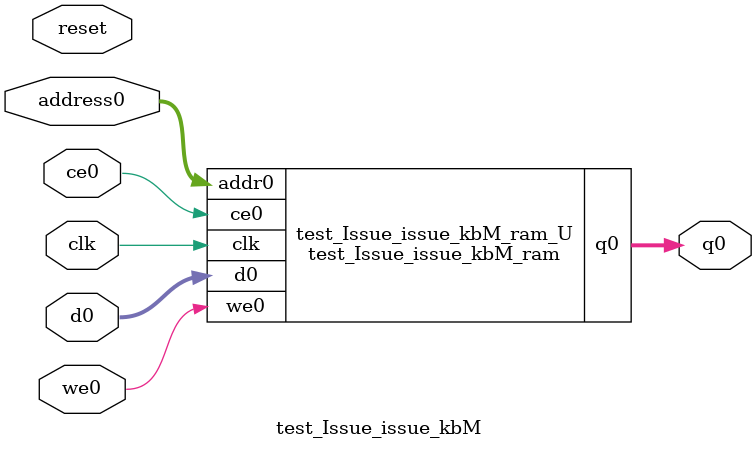
<source format=v>

`timescale 1 ns / 1 ps
module test_Issue_issue_kbM_ram (addr0, ce0, d0, we0, q0,  clk);

parameter DWIDTH = 8;
parameter AWIDTH = 3;
parameter MEM_SIZE = 5;

input[AWIDTH-1:0] addr0;
input ce0;
input[DWIDTH-1:0] d0;
input we0;
output reg[DWIDTH-1:0] q0;
input clk;

(* ram_style = "distributed" *)reg [DWIDTH-1:0] ram[0:MEM_SIZE-1];




always @(posedge clk)  
begin 
    if (ce0) 
    begin
        if (we0) 
        begin 
            ram[addr0] <= d0; 
            q0 <= d0;
        end 
        else 
            q0 <= ram[addr0];
    end
end


endmodule


`timescale 1 ns / 1 ps
module test_Issue_issue_kbM(
    reset,
    clk,
    address0,
    ce0,
    we0,
    d0,
    q0);

parameter DataWidth = 32'd8;
parameter AddressRange = 32'd5;
parameter AddressWidth = 32'd3;
input reset;
input clk;
input[AddressWidth - 1:0] address0;
input ce0;
input we0;
input[DataWidth - 1:0] d0;
output[DataWidth - 1:0] q0;



test_Issue_issue_kbM_ram test_Issue_issue_kbM_ram_U(
    .clk( clk ),
    .addr0( address0 ),
    .ce0( ce0 ),
    .we0( we0 ),
    .d0( d0 ),
    .q0( q0 ));

endmodule


</source>
